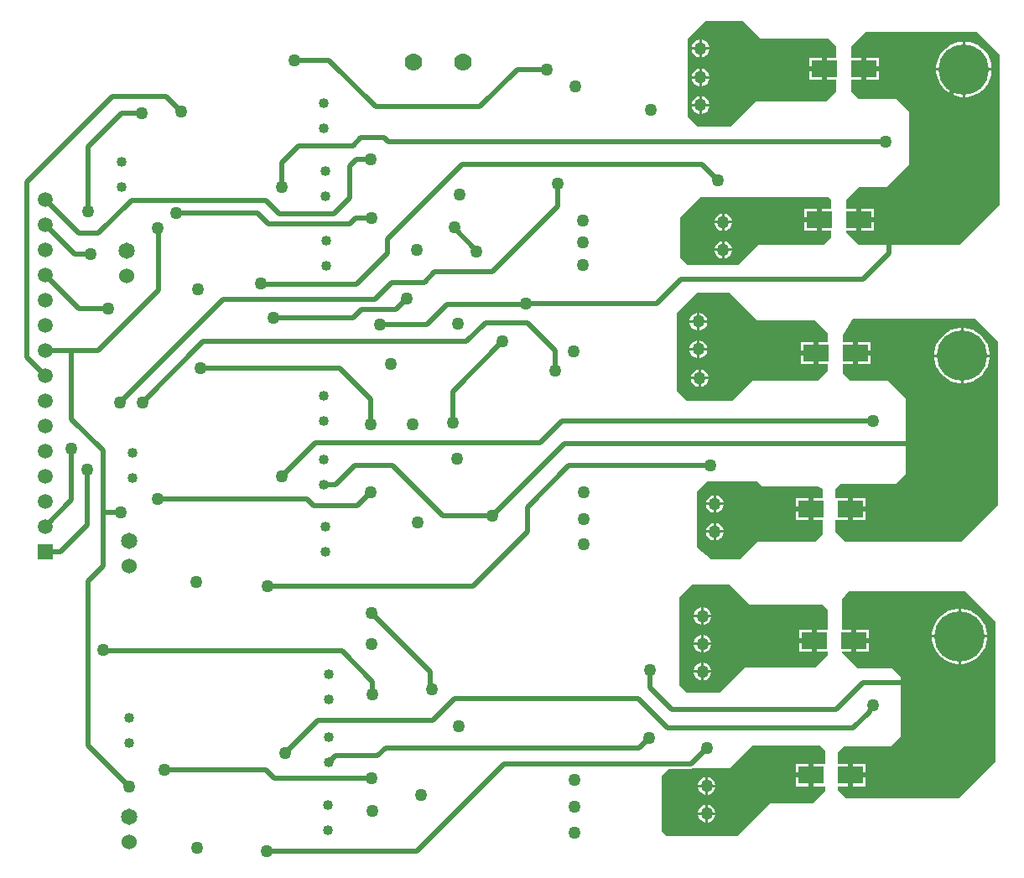
<source format=gbl>
G04*
G04 #@! TF.GenerationSoftware,Altium Limited,Altium Designer,23.10.1 (27)*
G04*
G04 Layer_Physical_Order=4*
G04 Layer_Color=16711680*
%FSLAX25Y25*%
%MOIN*%
G70*
G04*
G04 #@! TF.SameCoordinates,92CF8CD3-C0A9-45A0-95EF-EEFF48AC6B84*
G04*
G04*
G04 #@! TF.FilePolarity,Positive*
G04*
G01*
G75*
%ADD47C,0.02000*%
%ADD48C,0.20000*%
%ADD49C,0.04000*%
%ADD50C,0.06500*%
%ADD51C,0.06000*%
%ADD52C,0.07000*%
%ADD53R,0.05906X0.05906*%
%ADD54C,0.05906*%
%ADD55C,0.05000*%
%ADD56R,0.09843X0.06693*%
G36*
X294504Y329945D02*
X321504D01*
X324504Y326945D01*
Y322291D01*
X320630D01*
Y317945D01*
Y313598D01*
X324504D01*
Y308945D01*
X320504Y304945D01*
X292504D01*
X282504Y294945D01*
X269504D01*
X265504Y298945D01*
Y329945D01*
X272504Y336945D01*
X287504D01*
X294504Y329945D01*
D02*
G37*
G36*
X389370Y323622D02*
Y263811D01*
X373504Y247945D01*
X333504D01*
X328504Y252945D01*
Y253598D01*
X332378D01*
Y257945D01*
Y262291D01*
X328504D01*
Y265945D01*
X333504Y270945D01*
X344504D01*
X353504Y279945D01*
Y300945D01*
X348504Y305945D01*
X333504D01*
X330504Y308945D01*
Y313598D01*
X334378D01*
Y317945D01*
Y322291D01*
X330504D01*
Y326945D01*
X336236Y332677D01*
X380315D01*
X389370Y323622D01*
D02*
G37*
G36*
X322504Y265945D02*
Y262291D01*
X318630D01*
Y257945D01*
Y253598D01*
X322504D01*
Y250945D01*
X319504Y247945D01*
X293504D01*
X285504Y239945D01*
X265504D01*
X262504Y242945D01*
Y258945D01*
X270504Y266945D01*
X321504D01*
X322504Y265945D01*
D02*
G37*
G36*
X293142Y217945D02*
X316142D01*
X321142Y212945D01*
Y209291D01*
X317268D01*
Y204945D01*
Y200598D01*
X321142D01*
Y197945D01*
X317142Y193945D01*
X291142D01*
X283142Y185945D01*
X265142D01*
X261142Y189945D01*
Y220945D01*
X269142Y228945D01*
X282142D01*
X293142Y217945D01*
D02*
G37*
G36*
X388583Y209449D02*
Y144386D01*
X374142Y129945D01*
X328142D01*
X324142Y133945D01*
Y138598D01*
X329016D01*
Y142945D01*
Y147291D01*
X324142D01*
Y150945D01*
X326142Y152945D01*
X348142D01*
X352142Y156945D01*
Y186945D01*
X345142Y193945D01*
X330142D01*
X327142Y196945D01*
Y200598D01*
X331016D01*
Y204945D01*
Y209291D01*
X327142D01*
Y211945D01*
X331077Y218504D01*
X379528D01*
X388583Y209449D01*
D02*
G37*
G36*
X295142Y151945D02*
X317142D01*
X319142Y150945D01*
Y147291D01*
X315268D01*
Y142945D01*
Y138598D01*
X319142D01*
Y132945D01*
X316142Y129945D01*
X293142D01*
X286142Y122945D01*
X274892Y122945D01*
X269142Y127545D01*
Y149945D01*
X273142Y153945D01*
X293142Y153945D01*
X295142Y151945D01*
D02*
G37*
G36*
X289929Y104913D02*
X318929D01*
X320929Y102913D01*
Y94960D01*
X316655D01*
Y90613D01*
Y86267D01*
X320929D01*
Y84913D01*
X315929Y79913D01*
X287929D01*
X277929Y69913D01*
X264929D01*
X261929Y72913D01*
Y107913D01*
X266929Y112913D01*
X281929D01*
X289929Y104913D01*
D02*
G37*
G36*
X375807Y110413D02*
X387795Y98425D01*
Y42380D01*
X373229Y27813D01*
X328529D01*
X325129Y31213D01*
Y32767D01*
X329203D01*
Y37113D01*
Y41460D01*
X325129D01*
Y46113D01*
X327729Y48713D01*
X346329D01*
X350129Y52513D01*
Y76113D01*
X346729Y79513D01*
X332929D01*
X326676Y85767D01*
X326741Y86267D01*
X330403D01*
Y90613D01*
Y94960D01*
X326629D01*
Y107013D01*
X329429Y110413D01*
X375807Y110413D01*
D02*
G37*
G36*
X319929Y46913D02*
Y41460D01*
X315455D01*
Y37113D01*
Y32767D01*
X319929D01*
Y30913D01*
X314929Y25913D01*
X297929D01*
X284929Y12913D01*
X256929D01*
X254929Y14913D01*
Y36913D01*
X257709Y39693D01*
X266748D01*
X267528Y39848D01*
X267626Y39913D01*
X281929D01*
X290929Y48913D01*
X317929D01*
X319929Y46913D01*
D02*
G37*
%LPC*%
G36*
X270972Y329474D02*
Y326484D01*
X273962D01*
X273734Y327335D01*
X273273Y328133D01*
X272621Y328785D01*
X271823Y329246D01*
X270972Y329474D01*
D02*
G37*
G36*
X269972D02*
X269122Y329246D01*
X268323Y328785D01*
X267672Y328133D01*
X267211Y327335D01*
X266983Y326484D01*
X269972D01*
Y329474D01*
D02*
G37*
G36*
X273962Y325484D02*
X270972D01*
Y322495D01*
X271823Y322723D01*
X272621Y323184D01*
X273273Y323835D01*
X273734Y324633D01*
X273962Y325484D01*
D02*
G37*
G36*
X269972D02*
X266983D01*
X267211Y324633D01*
X267672Y323835D01*
X268323Y323184D01*
X269122Y322723D01*
X269972Y322495D01*
Y325484D01*
D02*
G37*
G36*
X318630Y322291D02*
X313709D01*
Y318945D01*
X318630D01*
Y322291D01*
D02*
G37*
G36*
X270972Y318056D02*
Y315067D01*
X273962D01*
X273734Y315918D01*
X273273Y316716D01*
X272621Y317368D01*
X271823Y317828D01*
X270972Y318056D01*
D02*
G37*
G36*
X269972D02*
X269122Y317828D01*
X268323Y317368D01*
X267672Y316716D01*
X267211Y315918D01*
X266983Y315067D01*
X269972D01*
Y318056D01*
D02*
G37*
G36*
X318630Y316945D02*
X313709D01*
Y313598D01*
X318630D01*
Y316945D01*
D02*
G37*
G36*
X273962Y314067D02*
X270972D01*
Y311077D01*
X271823Y311305D01*
X272621Y311766D01*
X273273Y312418D01*
X273734Y313216D01*
X273962Y314067D01*
D02*
G37*
G36*
X269972D02*
X266983D01*
X267211Y313216D01*
X267672Y312418D01*
X268323Y311766D01*
X269122Y311305D01*
X269972Y311077D01*
Y314067D01*
D02*
G37*
G36*
X270972Y307033D02*
Y304043D01*
X273962D01*
X273734Y304894D01*
X273273Y305692D01*
X272621Y306344D01*
X271823Y306805D01*
X270972Y307033D01*
D02*
G37*
G36*
X269972D02*
X269122Y306805D01*
X268323Y306344D01*
X267672Y305692D01*
X267211Y304894D01*
X266983Y304043D01*
X269972D01*
Y307033D01*
D02*
G37*
G36*
X273962Y303043D02*
X270972D01*
Y300054D01*
X271823Y300282D01*
X272621Y300743D01*
X273273Y301394D01*
X273734Y302192D01*
X273962Y303043D01*
D02*
G37*
G36*
X269972D02*
X266983D01*
X267211Y302192D01*
X267672Y301394D01*
X268323Y300743D01*
X269122Y300282D01*
X269972Y300054D01*
Y303043D01*
D02*
G37*
G36*
X341299Y322291D02*
X336378D01*
Y318945D01*
X341299D01*
Y322291D01*
D02*
G37*
G36*
X376063Y328716D02*
X375697D01*
Y318216D01*
X386197D01*
Y318582D01*
X385926Y320292D01*
X385391Y321939D01*
X384605Y323482D01*
X383587Y324883D01*
X382363Y326107D01*
X380962Y327125D01*
X379419Y327911D01*
X377773Y328446D01*
X376063Y328716D01*
D02*
G37*
G36*
X374697D02*
X374331D01*
X372621Y328446D01*
X370974Y327911D01*
X369432Y327125D01*
X368031Y326107D01*
X366807Y324883D01*
X365789Y323482D01*
X365003Y321939D01*
X364468Y320292D01*
X364197Y318582D01*
Y318216D01*
X374697D01*
Y328716D01*
D02*
G37*
G36*
X341299Y316945D02*
X336378D01*
Y313598D01*
X341299D01*
Y316945D01*
D02*
G37*
G36*
X386197Y317216D02*
X375697D01*
Y306716D01*
X376063D01*
X377773Y306987D01*
X379419Y307522D01*
X380962Y308309D01*
X382363Y309326D01*
X383587Y310550D01*
X384605Y311951D01*
X385391Y313494D01*
X385926Y315141D01*
X386197Y316851D01*
Y317216D01*
D02*
G37*
G36*
X374697D02*
X364197D01*
Y316851D01*
X364468Y315141D01*
X365003Y313494D01*
X365789Y311951D01*
X366807Y310550D01*
X368031Y309326D01*
X369432Y308309D01*
X370974Y307522D01*
X372621Y306987D01*
X374331Y306716D01*
X374697D01*
Y317216D01*
D02*
G37*
G36*
X339299Y262291D02*
X334378D01*
Y258945D01*
X339299D01*
Y262291D01*
D02*
G37*
G36*
Y256945D02*
X334378D01*
Y253598D01*
X339299D01*
Y256945D01*
D02*
G37*
G36*
X316630Y262291D02*
X311709D01*
Y258945D01*
X316630D01*
Y262291D01*
D02*
G37*
G36*
X280004Y260434D02*
Y257445D01*
X282993D01*
X282765Y258296D01*
X282305Y259094D01*
X281653Y259746D01*
X280855Y260206D01*
X280004Y260434D01*
D02*
G37*
G36*
X279004D02*
X278153Y260206D01*
X277355Y259746D01*
X276703Y259094D01*
X276242Y258296D01*
X276014Y257445D01*
X279004D01*
Y260434D01*
D02*
G37*
G36*
X316630Y256945D02*
X311709D01*
Y253598D01*
X316630D01*
Y256945D01*
D02*
G37*
G36*
X282993Y256445D02*
X280004D01*
Y253455D01*
X280855Y253683D01*
X281653Y254144D01*
X282305Y254796D01*
X282765Y255594D01*
X282993Y256445D01*
D02*
G37*
G36*
X279004D02*
X276014D01*
X276242Y255594D01*
X276703Y254796D01*
X277355Y254144D01*
X278153Y253683D01*
X279004Y253455D01*
Y256445D01*
D02*
G37*
G36*
X280004Y249434D02*
Y246445D01*
X282993D01*
X282765Y247296D01*
X282305Y248094D01*
X281653Y248746D01*
X280855Y249206D01*
X280004Y249434D01*
D02*
G37*
G36*
X279004D02*
X278153Y249206D01*
X277355Y248746D01*
X276703Y248094D01*
X276242Y247296D01*
X276014Y246445D01*
X279004D01*
Y249434D01*
D02*
G37*
G36*
X282993Y245445D02*
X280004D01*
Y242455D01*
X280855Y242683D01*
X281653Y243144D01*
X282305Y243796D01*
X282765Y244594D01*
X282993Y245445D01*
D02*
G37*
G36*
X279004D02*
X276014D01*
X276242Y244594D01*
X276703Y243796D01*
X277355Y243144D01*
X278153Y242683D01*
X279004Y242455D01*
Y245445D01*
D02*
G37*
G36*
X270152Y220934D02*
Y217945D01*
X273142D01*
X272914Y218796D01*
X272453Y219594D01*
X271801Y220246D01*
X271003Y220706D01*
X270152Y220934D01*
D02*
G37*
G36*
X269152D02*
X268301Y220706D01*
X267503Y220246D01*
X266851Y219594D01*
X266391Y218796D01*
X266163Y217945D01*
X269152D01*
Y220934D01*
D02*
G37*
G36*
X273142Y216945D02*
X270152D01*
Y213955D01*
X271003Y214183D01*
X271801Y214644D01*
X272453Y215296D01*
X272914Y216094D01*
X273142Y216945D01*
D02*
G37*
G36*
X269152D02*
X266163D01*
X266391Y216094D01*
X266851Y215296D01*
X267503Y214644D01*
X268301Y214183D01*
X269152Y213955D01*
Y216945D01*
D02*
G37*
G36*
X270152Y209934D02*
Y206945D01*
X273142D01*
X272914Y207796D01*
X272453Y208594D01*
X271801Y209246D01*
X271003Y209706D01*
X270152Y209934D01*
D02*
G37*
G36*
X269152D02*
X268301Y209706D01*
X267503Y209246D01*
X266851Y208594D01*
X266391Y207796D01*
X266163Y206945D01*
X269152D01*
Y209934D01*
D02*
G37*
G36*
X315268Y209291D02*
X310347D01*
Y205945D01*
X315268D01*
Y209291D01*
D02*
G37*
G36*
X273142Y205945D02*
X270152D01*
Y202955D01*
X271003Y203183D01*
X271801Y203644D01*
X272453Y204296D01*
X272914Y205094D01*
X273142Y205945D01*
D02*
G37*
G36*
X269152D02*
X266163D01*
X266391Y205094D01*
X266851Y204296D01*
X267503Y203644D01*
X268301Y203183D01*
X269152Y202955D01*
Y205945D01*
D02*
G37*
G36*
X315268Y203945D02*
X310347D01*
Y200598D01*
X315268D01*
Y203945D01*
D02*
G37*
G36*
X270652Y198434D02*
Y195445D01*
X273642D01*
X273414Y196296D01*
X272953Y197094D01*
X272301Y197746D01*
X271503Y198206D01*
X270652Y198434D01*
D02*
G37*
G36*
X269652D02*
X268801Y198206D01*
X268003Y197746D01*
X267352Y197094D01*
X266891Y196296D01*
X266663Y195445D01*
X269652D01*
Y198434D01*
D02*
G37*
G36*
X273642Y194445D02*
X270652D01*
Y191455D01*
X271503Y191683D01*
X272301Y192144D01*
X272953Y192796D01*
X273414Y193594D01*
X273642Y194445D01*
D02*
G37*
G36*
X269652D02*
X266663D01*
X266891Y193594D01*
X267352Y192796D01*
X268003Y192144D01*
X268801Y191683D01*
X269652Y191455D01*
Y194445D01*
D02*
G37*
G36*
X337937Y209291D02*
X333016D01*
Y205945D01*
X337937D01*
Y209291D01*
D02*
G37*
G36*
X375275Y214937D02*
X374909D01*
Y204437D01*
X385409D01*
Y204803D01*
X385139Y206513D01*
X384604Y208159D01*
X383818Y209702D01*
X382800Y211103D01*
X381575Y212327D01*
X380175Y213345D01*
X378632Y214131D01*
X376985Y214666D01*
X375275Y214937D01*
D02*
G37*
G36*
X373909D02*
X373544D01*
X371834Y214666D01*
X370187Y214131D01*
X368644Y213345D01*
X367243Y212327D01*
X366019Y211103D01*
X365001Y209702D01*
X364215Y208159D01*
X363680Y206513D01*
X363409Y204803D01*
Y204437D01*
X373909D01*
Y214937D01*
D02*
G37*
G36*
X337937Y203945D02*
X333016D01*
Y200598D01*
X337937D01*
Y203945D01*
D02*
G37*
G36*
X385409Y203437D02*
X374909D01*
Y192937D01*
X375275D01*
X376985Y193208D01*
X378632Y193743D01*
X380175Y194529D01*
X381575Y195547D01*
X382800Y196771D01*
X383818Y198172D01*
X384604Y199715D01*
X385139Y201361D01*
X385409Y203071D01*
Y203437D01*
D02*
G37*
G36*
X373909D02*
X363409D01*
Y203071D01*
X363680Y201361D01*
X364215Y199715D01*
X365001Y198172D01*
X366019Y196771D01*
X367243Y195547D01*
X368644Y194529D01*
X370187Y193743D01*
X371834Y193208D01*
X373544Y192937D01*
X373909D01*
Y203437D01*
D02*
G37*
G36*
X335937Y147291D02*
X331016D01*
Y143945D01*
X335937D01*
Y147291D01*
D02*
G37*
G36*
Y141945D02*
X331016D01*
Y138598D01*
X335937D01*
Y141945D01*
D02*
G37*
G36*
X276642Y148434D02*
Y145445D01*
X279631D01*
X279403Y146296D01*
X278942Y147094D01*
X278291Y147746D01*
X277493Y148206D01*
X276642Y148434D01*
D02*
G37*
G36*
X275642D02*
X274791Y148206D01*
X273993Y147746D01*
X273341Y147094D01*
X272880Y146296D01*
X272652Y145445D01*
X275642D01*
Y148434D01*
D02*
G37*
G36*
X313268Y147291D02*
X308347D01*
Y143945D01*
X313268D01*
Y147291D01*
D02*
G37*
G36*
X279631Y144445D02*
X276642D01*
Y141455D01*
X277493Y141683D01*
X278291Y142144D01*
X278942Y142796D01*
X279403Y143594D01*
X279631Y144445D01*
D02*
G37*
G36*
X275642D02*
X272652D01*
X272880Y143594D01*
X273341Y142796D01*
X273993Y142144D01*
X274791Y141683D01*
X275642Y141455D01*
Y144445D01*
D02*
G37*
G36*
X313268Y141945D02*
X308347D01*
Y138598D01*
X313268D01*
Y141945D01*
D02*
G37*
G36*
X276642Y137434D02*
Y134445D01*
X279631D01*
X279403Y135296D01*
X278942Y136094D01*
X278291Y136746D01*
X277493Y137206D01*
X276642Y137434D01*
D02*
G37*
G36*
X275642D02*
X274791Y137206D01*
X273993Y136746D01*
X273341Y136094D01*
X272880Y135296D01*
X272652Y134445D01*
X275642D01*
Y137434D01*
D02*
G37*
G36*
X279631Y133445D02*
X276642D01*
Y130455D01*
X277493Y130683D01*
X278291Y131144D01*
X278942Y131796D01*
X279403Y132594D01*
X279631Y133445D01*
D02*
G37*
G36*
X275642D02*
X272652D01*
X272880Y132594D01*
X273341Y131796D01*
X273993Y131144D01*
X274791Y130683D01*
X275642Y130455D01*
Y133445D01*
D02*
G37*
G36*
X271760Y103883D02*
Y100894D01*
X274749D01*
X274521Y101745D01*
X274061Y102543D01*
X273409Y103194D01*
X272611Y103655D01*
X271760Y103883D01*
D02*
G37*
G36*
X270760D02*
X269909Y103655D01*
X269111Y103194D01*
X268459Y102543D01*
X267998Y101745D01*
X267770Y100894D01*
X270760D01*
Y103883D01*
D02*
G37*
G36*
X274749Y99894D02*
X271760D01*
Y96904D01*
X272611Y97132D01*
X273409Y97593D01*
X274061Y98245D01*
X274521Y99043D01*
X274749Y99894D01*
D02*
G37*
G36*
X270760D02*
X267770D01*
X267998Y99043D01*
X268459Y98245D01*
X269111Y97593D01*
X269909Y97132D01*
X270760Y96904D01*
Y99894D01*
D02*
G37*
G36*
X314655Y94960D02*
X309734D01*
Y91613D01*
X314655D01*
Y94960D01*
D02*
G37*
G36*
X271760Y92860D02*
Y89870D01*
X274749D01*
X274521Y90721D01*
X274061Y91519D01*
X273409Y92171D01*
X272611Y92632D01*
X271760Y92860D01*
D02*
G37*
G36*
X270760D02*
X269909Y92632D01*
X269111Y92171D01*
X268459Y91519D01*
X267998Y90721D01*
X267770Y89870D01*
X270760D01*
Y92860D01*
D02*
G37*
G36*
X314655Y89613D02*
X309734D01*
Y86267D01*
X314655D01*
Y89613D01*
D02*
G37*
G36*
X274749Y88870D02*
X271760D01*
Y85881D01*
X272611Y86109D01*
X273409Y86569D01*
X274061Y87221D01*
X274521Y88019D01*
X274749Y88870D01*
D02*
G37*
G36*
X270760D02*
X267770D01*
X267998Y88019D01*
X268459Y87221D01*
X269111Y86569D01*
X269909Y86109D01*
X270760Y85881D01*
Y88870D01*
D02*
G37*
G36*
X271760Y81836D02*
Y78847D01*
X274749D01*
X274521Y79697D01*
X274061Y80496D01*
X273409Y81147D01*
X272611Y81608D01*
X271760Y81836D01*
D02*
G37*
G36*
X270760D02*
X269909Y81608D01*
X269111Y81147D01*
X268459Y80496D01*
X267998Y79697D01*
X267770Y78847D01*
X270760D01*
Y81836D01*
D02*
G37*
G36*
X274749Y77846D02*
X271760D01*
Y74857D01*
X272611Y75085D01*
X273409Y75546D01*
X274061Y76197D01*
X274521Y76995D01*
X274749Y77846D01*
D02*
G37*
G36*
X270760D02*
X267770D01*
X267998Y76995D01*
X268459Y76197D01*
X269111Y75546D01*
X269909Y75085D01*
X270760Y74857D01*
Y77846D01*
D02*
G37*
G36*
X374307Y103307D02*
X373941D01*
Y92807D01*
X384441D01*
Y93173D01*
X384170Y94883D01*
X383635Y96530D01*
X382849Y98072D01*
X381831Y99473D01*
X380607Y100697D01*
X379206Y101715D01*
X377663Y102501D01*
X376017Y103036D01*
X374307Y103307D01*
D02*
G37*
G36*
X372941D02*
X372575D01*
X370865Y103036D01*
X369218Y102501D01*
X367676Y101715D01*
X366275Y100697D01*
X365051Y99473D01*
X364033Y98072D01*
X363247Y96530D01*
X362712Y94883D01*
X362441Y93173D01*
Y92807D01*
X372941D01*
Y103307D01*
D02*
G37*
G36*
X337324Y94960D02*
X332403D01*
Y91613D01*
X337324D01*
Y94960D01*
D02*
G37*
G36*
Y89613D02*
X332403D01*
Y86267D01*
X337324D01*
Y89613D01*
D02*
G37*
G36*
X384441Y91807D02*
X373941D01*
Y81307D01*
X374307D01*
X376017Y81578D01*
X377663Y82113D01*
X379206Y82899D01*
X380607Y83917D01*
X381831Y85141D01*
X382849Y86542D01*
X383635Y88085D01*
X384170Y89731D01*
X384441Y91441D01*
Y91807D01*
D02*
G37*
G36*
X372941D02*
X362441D01*
Y91441D01*
X362712Y89731D01*
X363247Y88085D01*
X364033Y86542D01*
X365051Y85141D01*
X366275Y83917D01*
X367676Y82899D01*
X369218Y82113D01*
X370865Y81578D01*
X372575Y81307D01*
X372941D01*
Y91807D01*
D02*
G37*
G36*
X336124Y41460D02*
X331203D01*
Y38113D01*
X336124D01*
Y41460D01*
D02*
G37*
G36*
Y36113D02*
X331203D01*
Y32767D01*
X336124D01*
Y36113D01*
D02*
G37*
G36*
X313455Y41460D02*
X308534D01*
Y38113D01*
X313455D01*
Y41460D01*
D02*
G37*
G36*
X273429Y36403D02*
Y33413D01*
X276419D01*
X276191Y34264D01*
X275730Y35062D01*
X275078Y35714D01*
X274280Y36175D01*
X273429Y36403D01*
D02*
G37*
G36*
X272429D02*
X271578Y36175D01*
X270780Y35714D01*
X270128Y35062D01*
X269668Y34264D01*
X269440Y33413D01*
X272429D01*
Y36403D01*
D02*
G37*
G36*
X313455Y36113D02*
X308534D01*
Y32767D01*
X313455D01*
Y36113D01*
D02*
G37*
G36*
X276419Y32413D02*
X273429D01*
Y29424D01*
X274280Y29652D01*
X275078Y30113D01*
X275730Y30764D01*
X276191Y31562D01*
X276419Y32413D01*
D02*
G37*
G36*
X272429D02*
X269440D01*
X269668Y31562D01*
X270128Y30764D01*
X270780Y30113D01*
X271578Y29652D01*
X272429Y29424D01*
Y32413D01*
D02*
G37*
G36*
X273429Y25403D02*
Y22413D01*
X276419D01*
X276191Y23264D01*
X275730Y24062D01*
X275078Y24714D01*
X274280Y25175D01*
X273429Y25403D01*
D02*
G37*
G36*
X272429D02*
X271578Y25175D01*
X270780Y24714D01*
X270128Y24062D01*
X269668Y23264D01*
X269440Y22413D01*
X272429D01*
Y25403D01*
D02*
G37*
G36*
X276419Y21413D02*
X273429D01*
Y18424D01*
X274280Y18652D01*
X275078Y19113D01*
X275730Y19764D01*
X276191Y20562D01*
X276419Y21413D01*
D02*
G37*
G36*
X272429D02*
X269440D01*
X269668Y20562D01*
X270128Y19764D01*
X270780Y19113D01*
X271578Y18652D01*
X272429Y18424D01*
Y21413D01*
D02*
G37*
%LPD*%
D47*
X135827Y222441D02*
X149409D01*
X100787Y218898D02*
X132283D01*
X135827Y222441D01*
X96063Y232283D02*
X133858D01*
X95669Y232677D02*
X96063Y232283D01*
X98425Y112205D02*
X98524Y112303D01*
X180020D01*
X157874Y7087D02*
X192520Y41732D01*
X98032Y7087D02*
X157874D01*
X192520Y41732D02*
X266748D01*
X272929Y47913D01*
X125354Y44882D02*
X142126D01*
X145276Y48031D02*
X246063D01*
X142126Y44882D02*
X145276Y48031D01*
X122835Y42362D02*
X125354Y44882D01*
X180020Y112303D02*
X201575Y133858D01*
Y143701D01*
X218110Y160236D01*
X175591Y279921D02*
X271019D01*
X146063Y250394D02*
X175591Y279921D01*
X271019D02*
X277367Y273573D01*
X133858Y232283D02*
X146063Y244488D01*
X54724Y146850D02*
X114173D01*
X116831Y144193D02*
X133957D01*
X114173Y146850D02*
X116831Y144193D01*
X103937Y155905D02*
X117323Y169291D01*
X206693D02*
X215347Y177945D01*
X117323Y169291D02*
X206693D01*
X187598Y237205D02*
X213779Y263386D01*
Y272441D01*
X182760Y302839D02*
X197638Y317717D01*
X209449D01*
X103937Y270866D02*
X103937D01*
X144882Y290551D02*
X146488Y288945D01*
X344004D01*
X141256Y302839D02*
X182760D01*
X135433Y290551D02*
X144882D01*
X132283Y287402D02*
X135433Y290551D01*
X122756Y321339D02*
X141256Y302839D01*
X163206Y71834D02*
Y78133D01*
X139764Y101575D02*
X163206Y78133D01*
Y71834D02*
X163779Y71260D01*
X110630Y287402D02*
X132283D01*
X103937Y280709D02*
X110630Y287402D01*
X103937Y270866D02*
Y280709D01*
X133858Y281890D02*
X139370D01*
X130900Y256299D02*
X133235Y258634D01*
X98629Y256299D02*
X130900D01*
X94326Y260602D02*
X98629Y256299D01*
X103150Y260236D02*
X124803D01*
X97638Y265748D02*
X103150Y260236D01*
X124803D02*
X131102Y266535D01*
X149409Y222441D02*
X153642Y226673D01*
X39764Y185433D02*
X80709Y226378D01*
X140945D02*
X147638Y233071D01*
X80709Y226378D02*
X140945D01*
X71653Y198819D02*
X127165D01*
X139370Y186614D01*
Y176772D02*
Y186614D01*
X216535Y168898D02*
X355581D01*
X187795Y140157D02*
X216535Y168898D01*
X215347Y177945D02*
X339142D01*
X172047Y177165D02*
Y189764D01*
X218110Y160236D02*
X274410D01*
X345276Y244488D02*
Y249213D01*
X335039Y234252D02*
X345276Y244488D01*
X262598Y234252D02*
X335039D01*
X252925Y224579D02*
X262598Y234252D01*
X259055Y63386D02*
X324402D01*
X334929Y73913D01*
X250394Y72047D02*
X259055Y63386D01*
X245669Y67716D02*
X257480Y55905D01*
X172835Y67716D02*
X245669D01*
X257480Y55905D02*
X331102D01*
X337631Y62434D01*
X246063Y48031D02*
X250000Y51968D01*
X337631Y62434D02*
Y62803D01*
X338929Y64102D02*
Y64913D01*
X337631Y62803D02*
X338929Y64102D01*
X334929Y73913D02*
X350929D01*
X164764Y237205D02*
X187598D01*
X146063Y244488D02*
Y250394D01*
X147638Y233071D02*
X160630D01*
X133235Y258634D02*
X139567D01*
X201575Y216929D02*
X212598Y205906D01*
Y198031D02*
Y205906D01*
X185039Y216929D02*
X201575D01*
X201350Y224579D02*
X252925D01*
X177559Y209449D02*
X185039Y216929D01*
X72835Y209449D02*
X177559D01*
X48819Y185433D02*
X72835Y209449D01*
X169685Y224410D02*
X201012D01*
X201181Y224579D01*
X168110Y140157D02*
X187795D01*
X108945Y321339D02*
X122756D01*
X250394Y72047D02*
Y78839D01*
X164173Y59055D02*
X172835Y67716D01*
X118504Y59055D02*
X164173D01*
X105512Y46063D02*
X118504Y59055D01*
X172047Y189764D02*
X191732Y209449D01*
X161614Y216339D02*
X169685Y224410D01*
X131102Y279134D02*
X133858Y281890D01*
X131102Y266535D02*
Y279134D01*
X181496Y245276D02*
Y245669D01*
X172638Y254528D02*
Y254921D01*
Y254528D02*
X181496Y245669D01*
X143110Y216339D02*
X161614D01*
X101181Y35827D02*
X139764D01*
X97638Y39370D02*
X101181Y35827D01*
X57480Y39370D02*
X97638D01*
X33268Y86614D02*
X127953D01*
X140157Y69291D02*
Y74410D01*
X127953Y86614D02*
X140157Y74410D01*
X26945Y49039D02*
Y114248D01*
Y49039D02*
X43307Y32677D01*
X148130Y160138D02*
X168110Y140157D01*
X132972Y160138D02*
X148130D01*
X125433Y152598D02*
X132972Y160138D01*
X120866Y152598D02*
X125433D01*
X133957Y144193D02*
X139370Y149606D01*
X160630Y233071D02*
X164764Y237205D01*
X44390Y265748D02*
X97638D01*
X31102Y252461D02*
X44390Y265748D01*
X62276Y260602D02*
X94326D01*
X36760Y306839D02*
X58122D01*
X64173Y300787D01*
X40551Y300394D02*
X48425D01*
X26945Y286787D02*
X40551Y300394D01*
X26945Y261339D02*
Y286787D01*
X33071Y141732D02*
X40157D01*
X33071Y141732D02*
Y166142D01*
Y120374D02*
Y141732D01*
X33071Y141732D01*
X26945Y114248D02*
X33071Y120374D01*
X20510Y178703D02*
X33071Y166142D01*
X26772Y136614D02*
Y158661D01*
X9945Y125969D02*
X16126D01*
X26772Y136614D01*
X20472Y146496D02*
Y166929D01*
X9945Y135968D02*
X20472Y146496D01*
X20510Y178703D02*
Y205968D01*
X341004Y252445D02*
X375197Y317717D01*
X2756Y203157D02*
X9945Y195968D01*
X2756Y272835D02*
X36760Y306839D01*
X2756Y203157D02*
Y272835D01*
X9945Y205968D02*
X20510D01*
X9945Y235968D02*
X23374Y222539D01*
X9945Y255968D02*
X21721Y244193D01*
X9945Y265968D02*
X23453Y252461D01*
X62205Y260531D02*
X62276Y260602D01*
X54945Y229839D02*
Y254405D01*
X54626Y254724D02*
X54945Y254405D01*
X337004Y252445D02*
X341004D01*
X355983Y73913D02*
X366983Y62913D01*
X21721Y244193D02*
X27953D01*
X28051Y244291D01*
X31075Y205968D02*
X54945Y229839D01*
X33071Y86811D02*
X33268Y86614D01*
X23453Y252461D02*
X31102D01*
X23374Y222539D02*
X35039D01*
X20510Y205968D02*
X31075D01*
D48*
X373441Y92307D02*
D03*
X375197Y317717D02*
D03*
X374410Y203937D02*
D03*
D49*
X122835Y42362D02*
D03*
Y52362D02*
D03*
Y67323D02*
D03*
Y77323D02*
D03*
X43307Y59842D02*
D03*
Y49843D02*
D03*
X122441Y15197D02*
D03*
Y25197D02*
D03*
X120866Y294331D02*
D03*
Y304331D02*
D03*
X121260Y267165D02*
D03*
Y277165D02*
D03*
X40551Y281102D02*
D03*
Y271102D02*
D03*
X121653Y239606D02*
D03*
Y249606D02*
D03*
X120866Y177795D02*
D03*
Y187795D02*
D03*
Y152598D02*
D03*
Y162598D02*
D03*
X44685Y165256D02*
D03*
Y155256D02*
D03*
X121260Y125827D02*
D03*
Y135827D02*
D03*
D50*
X43307Y20748D02*
D03*
X42520Y245768D02*
D03*
X43307Y130197D02*
D03*
D51*
Y10748D02*
D03*
X42520Y235768D02*
D03*
X43307Y120197D02*
D03*
D52*
X156299Y320472D02*
D03*
X175984D02*
D03*
D53*
X9945Y125969D02*
D03*
D54*
Y135968D02*
D03*
Y145968D02*
D03*
Y155968D02*
D03*
Y165969D02*
D03*
Y175969D02*
D03*
Y185968D02*
D03*
Y195968D02*
D03*
Y205968D02*
D03*
Y215968D02*
D03*
Y225969D02*
D03*
Y235968D02*
D03*
Y245969D02*
D03*
Y255968D02*
D03*
Y265968D02*
D03*
D55*
X95669Y232677D02*
D03*
X98425Y112205D02*
D03*
X159449Y29134D02*
D03*
X213779Y272441D02*
D03*
X220866Y311024D02*
D03*
X209449Y317717D02*
D03*
X250787Y301575D02*
D03*
X270472Y314567D02*
D03*
Y303543D02*
D03*
X250394Y78839D02*
D03*
X70866Y230315D02*
D03*
X70079Y113779D02*
D03*
X70472Y8268D02*
D03*
X139370Y281890D02*
D03*
X71653Y198819D02*
D03*
X155905Y176673D02*
D03*
X139370Y176772D02*
D03*
X172047Y177165D02*
D03*
X274410Y160236D02*
D03*
X250000Y51968D02*
D03*
X174409Y56524D02*
D03*
X139567Y258634D02*
D03*
X174606Y267913D02*
D03*
X220079Y205512D02*
D03*
X212598Y198031D02*
D03*
X201181Y224579D02*
D03*
X187795Y140157D02*
D03*
X139764Y101575D02*
D03*
Y89370D02*
D03*
X163779Y71260D02*
D03*
X173622Y162992D02*
D03*
X191732Y209449D02*
D03*
X181496Y245276D02*
D03*
X174213Y216634D02*
D03*
X147280Y200480D02*
D03*
X139764Y35827D02*
D03*
X140157Y22835D02*
D03*
Y69291D02*
D03*
X98032Y7087D02*
D03*
X105512Y46063D02*
D03*
X43307Y32677D02*
D03*
X54724Y146850D02*
D03*
X57480Y39370D02*
D03*
X139370Y149606D02*
D03*
X172638Y254921D02*
D03*
X143110Y216339D02*
D03*
X103937Y270866D02*
D03*
X48819Y185433D02*
D03*
X100787Y218898D02*
D03*
X64173Y300787D02*
D03*
X48425Y300394D02*
D03*
X103937Y155905D02*
D03*
X40157Y141732D02*
D03*
X26772Y158661D02*
D03*
X20472Y166929D02*
D03*
X39764Y185433D02*
D03*
X33071Y86811D02*
D03*
X62205Y260531D02*
D03*
X54626Y254724D02*
D03*
X224142Y128945D02*
D03*
X158197Y137520D02*
D03*
X224142Y138945D02*
D03*
X276142Y144945D02*
D03*
X224142Y149445D02*
D03*
X272929Y32913D02*
D03*
Y47913D02*
D03*
X223704Y248945D02*
D03*
X279504Y245945D02*
D03*
Y256945D02*
D03*
X276142Y133945D02*
D03*
X272929Y21913D02*
D03*
X338929Y64913D02*
D03*
X28051Y244291D02*
D03*
X35039Y222539D02*
D03*
X153642Y226673D02*
D03*
X220232Y14252D02*
D03*
X220331Y24685D02*
D03*
X220429Y35413D02*
D03*
X271260Y78347D02*
D03*
Y89370D02*
D03*
Y100394D02*
D03*
X223804Y257745D02*
D03*
X270152Y194945D02*
D03*
X269652Y206445D02*
D03*
Y217445D02*
D03*
X270472Y325984D02*
D03*
X339142Y177945D02*
D03*
X344004Y288945D02*
D03*
X108945Y321339D02*
D03*
X277367Y273573D02*
D03*
X223704Y239945D02*
D03*
X26945Y261339D02*
D03*
X157590Y245870D02*
D03*
D56*
X330016Y142945D02*
D03*
X314268D02*
D03*
X330203Y37113D02*
D03*
X314455D02*
D03*
X331403Y90613D02*
D03*
X315655D02*
D03*
X333378Y257945D02*
D03*
X317630D02*
D03*
X332016Y204945D02*
D03*
X316268D02*
D03*
X335378Y317945D02*
D03*
X319630D02*
D03*
M02*

</source>
